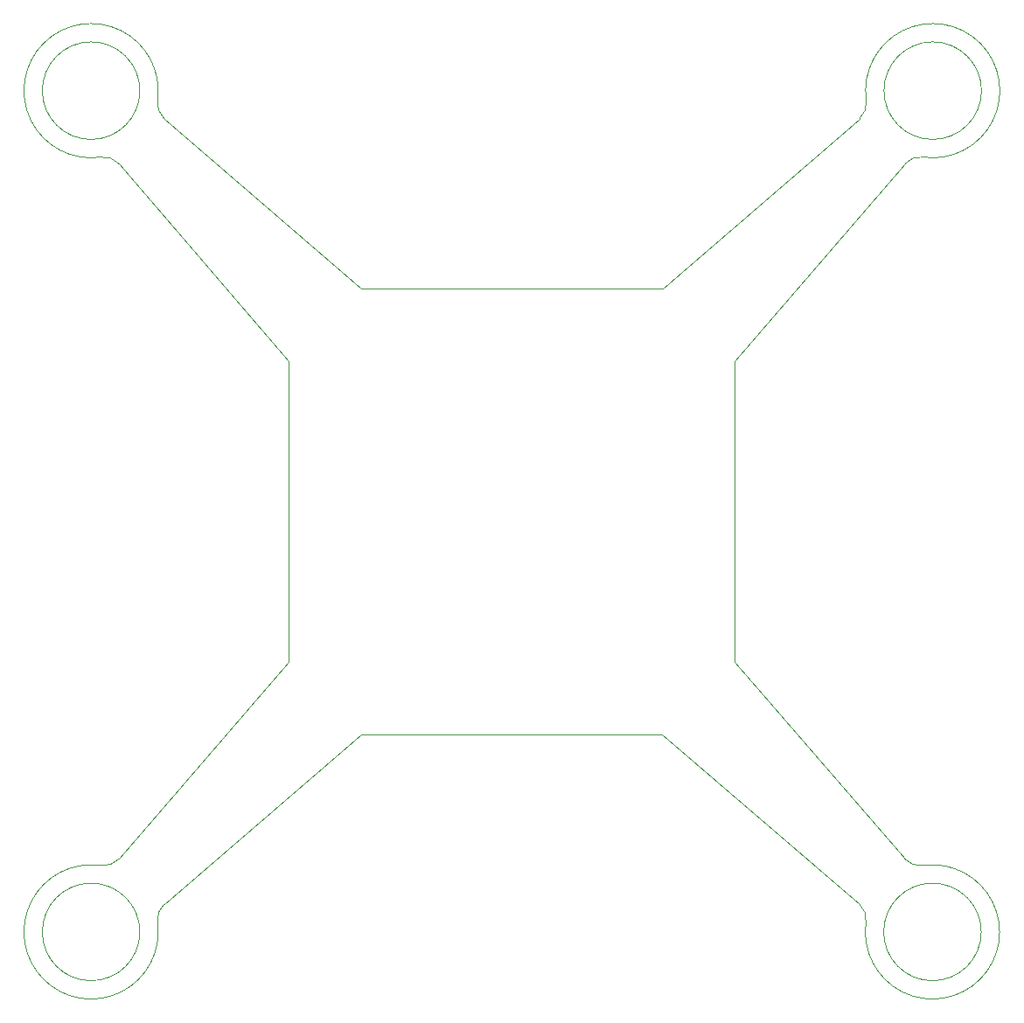
<source format=gm1>
G04 #@! TF.GenerationSoftware,KiCad,Pcbnew,9.0.0*
G04 #@! TF.CreationDate,2025-04-10T22:34:47-07:00*
G04 #@! TF.ProjectId,HOPE_ESP32_Drone,484f5045-5f45-4535-9033-325f44726f6e,rev?*
G04 #@! TF.SameCoordinates,Original*
G04 #@! TF.FileFunction,Profile,NP*
%FSLAX46Y46*%
G04 Gerber Fmt 4.6, Leading zero omitted, Abs format (unit mm)*
G04 Created by KiCad (PCBNEW 9.0.0) date 2025-04-10 22:34:47*
%MOMM*%
%LPD*%
G01*
G04 APERTURE LIST*
G04 #@! TA.AperFunction,Profile*
%ADD10C,0.100000*%
G04 #@! TD*
G04 #@! TA.AperFunction,Profile*
%ADD11C,0.050000*%
G04 #@! TD*
G04 #@! TA.AperFunction,Profile*
%ADD12C,0.049784*%
G04 #@! TD*
G04 APERTURE END LIST*
D10*
X90548700Y-113616600D02*
G75*
G02*
X81099900Y-113616600I-4724400J0D01*
G01*
X81099900Y-113616600D02*
G75*
G02*
X90548700Y-113616600I4724400J0D01*
G01*
D11*
X104978200Y-58318400D02*
X104978200Y-87452200D01*
D12*
X166371342Y-107181150D02*
G75*
G02*
X160852574Y-112693177I915458J-6435350D01*
G01*
X160236786Y-34848800D02*
X141147800Y-51308000D01*
X92899614Y-110921800D02*
X111988600Y-94462600D01*
X164592000Y-106541186D02*
X148132800Y-87452200D01*
X88519000Y-106541196D02*
G75*
G02*
X86747618Y-107182420I-1486200J1338296D01*
G01*
X160211396Y-110921800D02*
G75*
G02*
X160852620Y-112693182I-1338296J-1486200D01*
G01*
X86747464Y-38588180D02*
G75*
G02*
X88519000Y-39229408I285236J-1979720D01*
G01*
X164617400Y-39229404D02*
G75*
G02*
X166388782Y-38588180I1486200J-1338296D01*
G01*
D10*
X172011200Y-113616500D02*
G75*
G02*
X162562400Y-113616500I-4724400J0D01*
G01*
X162562400Y-113616500D02*
G75*
G02*
X172011200Y-113616500I4724400J0D01*
G01*
D12*
X160876750Y-33069458D02*
G75*
G02*
X166388777Y-38588226I6435350J915458D01*
G01*
D11*
X111988600Y-94462600D02*
X141122400Y-94462600D01*
D12*
X86739658Y-38589450D02*
G75*
G02*
X92258426Y-33077423I-915458J6435350D01*
G01*
D11*
X148132800Y-87452200D02*
X148158200Y-58318400D01*
D12*
X141122400Y-94462600D02*
X160211396Y-110921801D01*
D11*
X141147800Y-51308000D02*
X111988600Y-51308000D01*
D12*
X88519000Y-39229414D02*
X104978200Y-58318400D01*
D10*
X172036500Y-32154000D02*
G75*
G02*
X162587700Y-32154000I-4724400J0D01*
G01*
X162587700Y-32154000D02*
G75*
G02*
X172036500Y-32154000I4724400J0D01*
G01*
D12*
X104978200Y-87452200D02*
X88518999Y-106541196D01*
X148158200Y-58318400D02*
X164617401Y-39229404D01*
D10*
X90548600Y-32154100D02*
G75*
G02*
X81099800Y-32154100I-4724400J0D01*
G01*
X81099800Y-32154100D02*
G75*
G02*
X90548600Y-32154100I4724400J0D01*
G01*
D12*
X92899604Y-34848800D02*
G75*
G02*
X92258380Y-33077418I1338296J1486200D01*
G01*
X111988600Y-51308000D02*
X92899604Y-34848799D01*
X92258380Y-112693336D02*
G75*
G02*
X92899608Y-110921800I1979720J285236D01*
G01*
X160878020Y-33077264D02*
G75*
G02*
X160236792Y-34848800I-1979720J-285236D01*
G01*
X92259650Y-112701142D02*
G75*
G02*
X86747623Y-107182374I-6435350J-915458D01*
G01*
X166363536Y-107182420D02*
G75*
G02*
X164592000Y-106541192I-285236J1979720D01*
G01*
M02*

</source>
